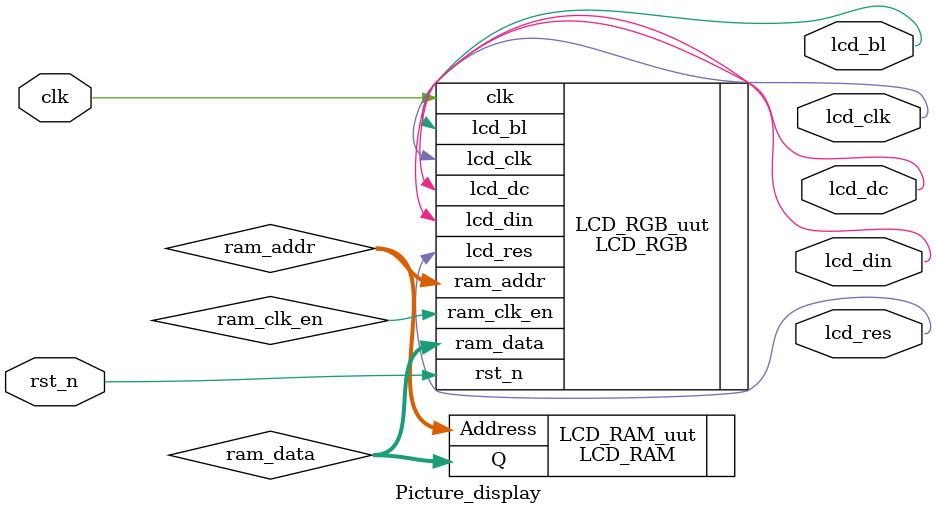
<source format=v>
module Picture_display
(
input					clk,			//12MHzÏµÍ³Ê±ÖÓ
input					rst_n,			//ÏµÍ³¸´Î»£¬µÍÓÐÐ§

output					lcd_res,		//LCDÒº¾§ÆÁ¸´Î»
output					lcd_bl,			//LCD±³¹â¿ØÖÆ
output					lcd_dc,			//LCDÊý¾ÝÖ¸Áî¿ØÖÆ
output					lcd_clk,		//LCDÊ±ÖÓÐÅºÅ
output					lcd_din			//LCDÊý¾ÝÐÅºÅ
);

/*
±¾Àý³ÌÊ¹ÓÃÐ¡½ÅÑ¾ºËÐÄ°åÇý¶¯µ×°åÉÏµÄÒº¾§ÆÁ£¨1.8´ç 128*160 RGB TFT_LCD£©ÊµÏÖµ¥É«Í¼Æ¬ÏÔÊ¾
Éè¼ÆÖÐ°üº¬Á½²¿·Ö£º
1.´®ÐÐÒº¾§ÆÁÇý¶¯Ä£¿é£¬ÆÁ²ÎÊýÅäÖÃºÍÊý¾ÝµÄ´«Êä£»
2.RAMÄ£¿é£¬ÕâÀïÊ¹ÓÃµÄ·Ö²¼Ê½RAM£¬´æ´¢Í¼Æ¬Êý¾Ý£»
Ê×ÏÈ½«Í¼Æ¬È¡Ä£Éú³ÉmemÎÄ¼þ£¬RAM³õÊ¼»¯ÎªmemÎÄ¼þµÄÊý¾Ý£¬LCDÇý¶¯Ä£¿éÉÏµç³õÊ¼»¯LCD£¬È»ºó´ÓRAMÖÐ¶ÁÈ¡Êý¾ÝÍ¨¹ýSPIÊ±Ðò·¢¸øLCD¡£
*/

wire			ram_clk_en;
wire	[7:0]	ram_addr;
wire	[131:0]	ram_data;
LCD_RGB LCD_RGB_uut
(
.clk				(clk		),	//12MHzÏµÍ³Ê±ÖÓ
.rst_n				(rst_n		),	//ÏµÍ³¸´Î»£¬µÍÓÐÐ§

.ram_clk_en			(ram_clk_en	),  //RAMÊ±ÖÓÊ¹ÄÜ
.ram_addr			(ram_addr	),  //RAMµØÖ·ÐÅºÅ
.ram_data			(ram_data	),  //RAMÊý¾ÝÐÅºÅ

.lcd_res			(lcd_res	),  //LCDÒº¾§ÆÁ¸´Î»
.lcd_bl				(lcd_bl		),  //LCD±³¹â¿ØÖÆ
.lcd_dc				(lcd_dc		),  //LCDÊý¾ÝÖ¸Áî¿ØÖÆ
.lcd_clk			(lcd_clk	),	//LCDÊ±ÖÓÐÅºÅ
.lcd_din			(lcd_din	)	//LCDÊý¾ÝÐÅºÅ
);

LCD_RAM LCD_RAM_uut
( 
.Address			(ram_addr	),	//RAMµØÖ·ÐÅºÅ
.Q					(ram_data	)	//RAMÊý¾ÝÐÅºÅ
);

endmodule

</source>
